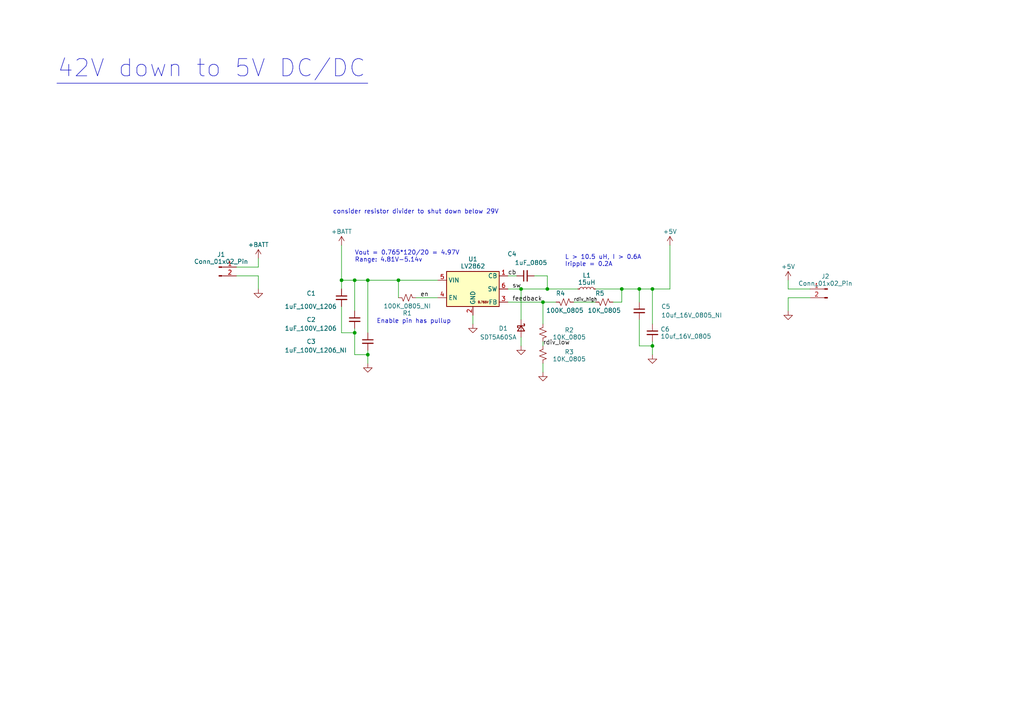
<source format=kicad_sch>
(kicad_sch (version 20230121) (generator eeschema)
  (paper "A4")
  (title_block (title "bike 42V dcdc") (date "2023-06-25") (rev "A") (company "MAB"))
  (lib_symbols
    (symbol "Connector:Conn_01x02_Pin" (pin_names (offset 1.016) hide)
      (property "Reference" "J" (at 0 2.54 0))
      (property "Value" "Conn_01x02_Pin" (at 0 -5.08 0))
      (symbol "Conn_01x02_Pin_1_1"
        (polyline (pts (xy 1.27 -2.54) (xy 0.8636 -2.54)) (stroke (width 0.1524)))
        (polyline (pts (xy 1.27 0) (xy 0.8636 0)) (stroke (width 0.1524)))
        (rectangle (start 0.8636 -2.413) (end 0 -2.667) (stroke (width 0.1524)) (fill (type outline)))
        (rectangle (start 0.8636 0.127) (end 0 -0.127) (stroke (width 0.1524)) (fill (type outline)))
        (pin passive line (at 5.08 0 180) (length 3.81) (name "Pin_1") (number "1"))
        (pin passive line (at 5.08 -2.54 180) (length 3.81) (name "Pin_2") (number "2"))
      )
    )
    (symbol "Device:C_Small" (pin_numbers hide) (pin_names (offset 0.254) hide)
      (property "Reference" "C" (at 0.254 1.778 0))
      (property "Value" "C_Small" (at 0.254 -2.032 0))
      (symbol "C_Small_0_1"
        (polyline (pts (xy -1.524 -0.508) (xy 1.524 -0.508)) (stroke (width 0.3302)))
        (polyline (pts (xy -1.524 0.508) (xy 1.524 0.508)) (stroke (width 0.3048)))
      )
      (symbol "C_Small_1_1"
        (pin passive line (at 0 2.54 270) (length 2.032) (name "~") (number "1"))
        (pin passive line (at 0 -2.54 90) (length 2.032) (name "~") (number "2"))
      )
    )
    (symbol "Device:D_Schottky_Small" (pin_numbers hide) (pin_names (offset 0.254) hide)
      (property "Reference" "D" (at -1.27 2.032 0))
      (property "Value" "D_Schottky_Small" (at -7.112 -2.032 0))
      (symbol "D_Schottky_Small_0_1"
        (polyline (pts (xy -0.762 0) (xy 0.762 0)))
        (polyline (pts (xy 0.762 -1.016) (xy -0.762 0) (xy 0.762 1.016) (xy 0.762 -1.016)) (stroke (width 0.254)))
        (polyline (pts (xy -1.27 0.762) (xy -1.27 1.016) (xy -0.762 1.016) (xy -0.762 -1.016) (xy -0.254 -1.016) (xy -0.254 -0.762)) (stroke (width 0.254)))
      )
      (symbol "D_Schottky_Small_1_1"
        (pin passive line (at -2.54 0 0) (length 1.778) (name "K") (number "1"))
        (pin passive line (at 2.54 0 180) (length 1.778) (name "A") (number "2"))
      )
    )
    (symbol "Device:L_Small" (pin_numbers hide) (pin_names (offset 0.254) hide)
      (property "Reference" "L" (at 0.762 1.016 0))
      (property "Value" "L_Small" (at 0.762 -1.016 0))
      (symbol "L_Small_0_1"
        (arc (start 0 -2.032) (mid 0.5058 -1.524) (end 0 -1.016))
        (arc (start 0 -1.016) (mid 0.5058 -0.508) (end 0 0))
        (arc (start 0 0) (mid 0.5058 0.508) (end 0 1.016))
        (arc (start 0 1.016) (mid 0.5058 1.524) (end 0 2.032))
      )
      (symbol "L_Small_1_1"
        (pin passive line (at 0 2.54 270) (length 0.508) (name "~") (number "1"))
        (pin passive line (at 0 -2.54 90) (length 0.508) (name "~") (number "2"))
      )
    )
    (symbol "Device:R_Small_US" (pin_numbers hide) (pin_names (offset 0.254) hide)
      (property "Reference" "R" (at 0.762 0.508 0))
      (property "Value" "R_Small_US" (at 0.762 -1.016 0))
      (symbol "R_Small_US_1_1"
        (polyline (pts (xy 0 0) (xy 1.016 -0.381) (xy 0 -0.762) (xy -1.016 -1.143) (xy 0 -1.524)))
        (polyline (pts (xy 0 1.524) (xy 1.016 1.143) (xy 0 0.762) (xy -1.016 0.381) (xy 0 0)))
        (pin passive line (at 0 2.54 270) (length 1.016) (name "~") (number "1"))
        (pin passive line (at 0 -2.54 90) (length 1.016) (name "~") (number "2"))
      )
    )
    (symbol "mab:LV2862"
      (property "Reference" "U" (at -7.62 6.35 0))
      (property "Value" "LV2862" (at 6.35 -6.35 0))
      (symbol "LV2862_0_1"
        (rectangle (start -7.62 5.08) (end 7.62 -5.08) (stroke (width 0.254)) (fill (type background)))
      )
      (symbol "LV2862_1_1"
        (text "  0.765V" (at 2.54 -3.81 0) (effects (font (size 0.6 0.6))))
        (pin passive line (at 10.16 3.81 180) (length 2.54) (name "CB") (number "1"))
        (pin power_in line (at 0 -7.62 90) (length 2.54) (name "GND") (number "2"))
        (pin input line (at 10.16 -3.81 180) (length 2.54) (name "FB") (number "3"))
        (pin input line (at -10.16 -2.54 0) (length 2.54) (name "EN") (number "4"))
        (pin power_in line (at -10.16 2.54 0) (length 2.54) (name "VIN") (number "5"))
        (pin output line (at 10.16 0 180) (length 2.54) (name "SW") (number "6"))
      )
    )
    (symbol "power:+5V" (power) (pin_names (offset 0))
      (property "Value" "+5V" (at 0 3.556 0))
      (symbol "+5V_0_1"
        (polyline (pts (xy -0.762 1.27) (xy 0 2.54)))
        (polyline (pts (xy 0 0) (xy 0 2.54)))
        (polyline (pts (xy 0 2.54) (xy 0.762 1.27)))
      )
      (symbol "+5V_1_1"
        (pin power_in line (at 0 0 90) (length 0) hide (name "+5V") (number "1"))
      )
    )
    (symbol "power:+BATT" (power) (pin_names (offset 0))
      (property "Value" "+BATT" (at 0 3.556 0))
      (symbol "+BATT_0_1"
        (polyline (pts (xy -0.762 1.27) (xy 0 2.54)))
        (polyline (pts (xy 0 0) (xy 0 2.54)))
        (polyline (pts (xy 0 2.54) (xy 0.762 1.27)))
      )
      (symbol "+BATT_1_1"
        (pin power_in line (at 0 0 90) (length 0) hide (name "+BATT") (number "1"))
      )
    )
    (symbol "power:GND" (power) (pin_names (offset 0))
      (property "Value" "GND" (at 0 -3.81 0))
      (symbol "GND_0_1"
        (polyline (pts (xy 0 0) (xy 0 -1.27) (xy 1.27 -1.27) (xy 0 -2.54) (xy -1.27 -1.27) (xy 0 -1.27)))
      )
      (symbol "GND_1_1"
        (pin power_in line (at 0 0 270) (length 0) hide (name "GND") (number "1"))
      )
    )
  )
  (junction (at 158.75 83.82))
  (junction (at 102.87 81.28))
  (junction (at 157.48 87.63))
  (junction (at 185.42 83.82))
  (junction (at 189.23 100.33))
  (junction (at 102.87 96.52))
  (junction (at 180.34 83.82))
  (junction (at 99.06 81.28))
  (junction (at 189.23 83.82))
  (junction (at 115.57 81.28))
  (junction (at 151.13 83.82))
  (junction (at 106.68 81.28))
  (junction (at 106.68 102.87))
  (wire (pts (xy 180.34 87.63) (xy 180.34 83.82)))
  (wire (pts (xy 106.68 102.87) (xy 106.68 105.41)))
  (wire (pts (xy 234.95 86.36) (xy 228.6 86.36)))
  (wire (pts (xy 228.6 83.82) (xy 234.95 83.82)))
  (wire (pts (xy 194.31 71.12) (xy 194.31 83.82)))
  (polyline (pts (xy 16.51 24.13) (xy 106.68 24.13)))
  (wire (pts (xy 147.32 80.01) (xy 149.86 80.01)))
  (wire (pts (xy 185.42 87.63) (xy 185.42 83.82)))
  (wire (pts (xy 172.72 83.82) (xy 180.34 83.82)))
  (wire (pts (xy 228.6 86.36) (xy 228.6 90.17)))
  (wire (pts (xy 99.06 81.28) (xy 99.06 83.82)))
  (wire (pts (xy 99.06 81.28) (xy 102.87 81.28)))
  (wire (pts (xy 154.94 80.01) (xy 158.75 80.01)))
  (wire (pts (xy 185.42 100.33) (xy 189.23 100.33)))
  (wire (pts (xy 102.87 96.52) (xy 102.87 102.87)))
  (wire (pts (xy 157.48 99.06) (xy 157.48 100.33)))
  (wire (pts (xy 120.65 86.36) (xy 127 86.36)))
  (wire (pts (xy 151.13 97.79) (xy 151.13 100.33)))
  (wire (pts (xy 74.93 80.01) (xy 74.93 83.82)))
  (wire (pts (xy 74.93 77.47) (xy 68.58 77.47)))
  (wire (pts (xy 194.31 83.82) (xy 189.23 83.82)))
  (wire (pts (xy 102.87 81.28) (xy 102.87 90.17)))
  (wire (pts (xy 147.32 83.82) (xy 151.13 83.82)))
  (wire (pts (xy 99.06 81.28) (xy 99.06 71.12)))
  (wire (pts (xy 157.48 105.41) (xy 157.48 107.95)))
  (wire (pts (xy 115.57 81.28) (xy 115.57 86.36)))
  (wire (pts (xy 189.23 100.33) (xy 189.23 102.87)))
  (wire (pts (xy 106.68 81.28) (xy 106.68 96.52)))
  (wire (pts (xy 137.16 91.44) (xy 137.16 93.98)))
  (wire (pts (xy 157.48 87.63) (xy 161.29 87.63)))
  (wire (pts (xy 166.37 87.63) (xy 172.72 87.63)))
  (wire (pts (xy 102.87 95.25) (xy 102.87 96.52)))
  (wire (pts (xy 158.75 83.82) (xy 167.64 83.82)))
  (wire (pts (xy 106.68 102.87) (xy 102.87 102.87)))
  (wire (pts (xy 99.06 88.9) (xy 99.06 96.52)))
  (wire (pts (xy 185.42 83.82) (xy 180.34 83.82)))
  (wire (pts (xy 180.34 87.63) (xy 177.8 87.63)))
  (wire (pts (xy 189.23 99.06) (xy 189.23 100.33)))
  (wire (pts (xy 147.32 87.63) (xy 157.48 87.63)))
  (wire (pts (xy 68.58 80.01) (xy 74.93 80.01)))
  (wire (pts (xy 157.48 87.63) (xy 157.48 93.98)))
  (wire (pts (xy 189.23 83.82) (xy 185.42 83.82)))
  (wire (pts (xy 115.57 81.28) (xy 127 81.28)))
  (wire (pts (xy 102.87 81.28) (xy 106.68 81.28)))
  (wire (pts (xy 158.75 80.01) (xy 158.75 83.82)))
  (wire (pts (xy 189.23 83.82) (xy 189.23 93.98)))
  (wire (pts (xy 106.68 81.28) (xy 115.57 81.28)))
  (wire (pts (xy 102.87 96.52) (xy 99.06 96.52)))
  (wire (pts (xy 185.42 92.71) (xy 185.42 100.33)))
  (wire (pts (xy 106.68 101.6) (xy 106.68 102.87)))
  (wire (pts (xy 151.13 83.82) (xy 151.13 92.71)))
  (wire (pts (xy 74.93 74.93) (xy 74.93 77.47)))
  (wire (pts (xy 228.6 81.28) (xy 228.6 83.82)))
  (wire (pts (xy 151.13 83.82) (xy 158.75 83.82)))
  (text "Enable pin has pullup" (at 109.22 93.98 0) (effects (font (size 1.27 1.27)) (justify left bottom)))
  (text "consider resistor divider to shut down below 29V" (at 96.52 62.23 0) (effects (font (size 1.27 1.27)) (justify left bottom)))
  (text "42V down to 5V DC/DC" (at 16.51 22.86 0) (effects (font (size 5 5)) (justify left bottom)))
  (text "Vout = 0.765*120/20 = 4.97V\nRange: 4.81V-5.14v" (at 102.87 76.2 0) (effects (font (size 1.27 1.27)) (justify left bottom)))
  (text "L > 10.5 uH, I > 0.6A\nIripple = 0.2A" (at 163.83 77.47 0) (effects (font (size 1.27 1.27)) (justify left bottom)))
  (label "sw" (at 148.59 83.82 0))
  (label "rdiv_low" (at 157.48 100.33 0))
  (label "cb" (at 147.32 80.01 0))
  (label "rdiv_high" (at 166.37 87.63 0) (effects (font (size 1 1))))
  (label "en" (at 121.92 86.36 0))
  (label "feedback" (at 148.59 87.63 0))
  (symbol (lib_id "power:+BATT") (at 99.06 71.12 0) (unit 1)
    (property "Reference" "#PWR03" (effects hide))
    (property "Value" "+BATT" (at 99.06 67.175 0))
  )
  (symbol (lib_id "Device:D_Schottky_Small") (at 151.13 95.25 270) (unit 1)
    (property "Reference" "D1" (at 147.32 95.25 90) (effects (justify right)))
    (property "Value" "SDT5A60SA" (at 149.86 97.79 90) (effects (justify right)))
    (property "Footprint" "Diode_SMD:D_SMA_Handsoldering" (effects hide))
  )
  (symbol (lib_id "power:GND") (at 228.6 90.17 0) (mirror y) (unit 1)
    (property "Reference" "#PWR011" (effects hide))
    (property "Value" "GND" (effects hide))
  )
  (symbol (lib_id "power:GND") (at 74.93 83.82 0) (unit 1)
    (property "Reference" "#PWR02" (effects hide))
    (property "Value" "GND" (effects hide))
  )
  (symbol (lib_id "power:GND") (at 189.23 102.87 0) (unit 1)
    (property "Reference" "#PWR08" (effects hide))
    (property "Value" "GND" (effects hide))
  )
  (symbol (lib_id "Connector:Conn_01x02_Pin") (at 63.5 77.47 0) (unit 1)
    (property "Reference" "J1" (at 64.135 73.8138 0))
    (property "Value" "Conn_01x02_Pin" (at 64.135 75.8618 0))
    (property "Footprint" "Connector_PinHeader_2.54mm:PinHeader_1x02_P2.54mm_Vertical" (effects hide))
  )
  (symbol (lib_id "power:+BATT") (at 74.93 74.93 0) (unit 1)
    (property "Reference" "#PWR01" (effects hide))
    (property "Value" "+BATT" (at 74.93 70.985 0))
  )
  (symbol (lib_id "power:+5V") (at 194.31 71.12 0) (unit 1)
    (property "Reference" "#PWR09" (effects hide))
    (property "Value" "+5V" (at 194.31 67.175 0))
  )
  (symbol (lib_id "Device:R_Small_US") (at 163.83 87.63 270) (mirror x) (unit 1)
    (property "Reference" "R4" (at 162.56 85.09 90))
    (property "Value" "100K_0805" (at 163.83 90.051 90))
    (property "Footprint" "Resistor_SMD:R_0805_2012Metric_Pad1.20x1.40mm_HandSolder" (effects hide))
  )
  (symbol (lib_id "Device:R_Small_US") (at 157.48 102.87 0) (mirror y) (unit 1)
    (property "Reference" "R3" (at 165.1 102.092 0))
    (property "Value" "10K_0805" (at 165.1 104.14 0))
    (property "Footprint" "Resistor_SMD:R_0805_2012Metric_Pad1.20x1.40mm_HandSolder" (effects hide))
  )
  (symbol (lib_id "Device:R_Small_US") (at 175.26 87.63 270) (mirror x) (unit 1)
    (property "Reference" "R5" (at 173.99 85.09 90))
    (property "Value" "10K_0805" (at 175.26 90.051 90))
    (property "Footprint" "Resistor_SMD:R_0805_2012Metric_Pad1.20x1.40mm_HandSolder" (effects hide))
  )
  (symbol (lib_id "mab:LV2862") (at 137.16 83.82 0) (unit 1)
    (property "Reference" "U1" (at 137.16 75.16 0))
    (property "Value" "LV2862" (at 137.16 77.208 0))
    (property "Footprint" "Package_TO_SOT_SMD:SOT-23-6" (effects hide))
    (property "Datasheet" "https://www.ti.com/lit/ds/symlink/lv2862.pdf" (effects hide))
  )
  (symbol (lib_id "Device:R_Small_US") (at 157.48 96.52 0) (mirror y) (unit 1)
    (property "Reference" "R2" (at 165.1 95.742 0))
    (property "Value" "10K_0805" (at 165.1 97.79 0))
    (property "Footprint" "Resistor_SMD:R_0805_2012Metric_Pad1.20x1.40mm_HandSolder" (effects hide))
  )
  (symbol (lib_id "Device:C_Small") (at 102.87 92.71 0) (unit 1)
    (property "Reference" "C2" (at 88.9 92.71 0) (effects (justify left)))
    (property "Value" "1uF_100V_1206" (at 82.55 95.25 0) (effects (justify left)))
    (property "Footprint" "Capacitor_SMD:C_0805_2012Metric_Pad1.18x1.45mm_HandSolder" (effects hide))
  )
  (symbol (lib_id "Device:C_Small") (at 185.42 90.17 0) (unit 1)
    (property "Reference" "C5" (at 191.77 88.9 0) (effects (justify left)))
    (property "Value" "10uf_16V_0805_NI" (at 191.77 91.44 0) (effects (justify left)))
    (property "Footprint" "Capacitor_SMD:C_0805_2012Metric_Pad1.18x1.45mm_HandSolder" (effects hide))
  )
  (symbol (lib_id "Connector:Conn_01x02_Pin") (at 240.03 83.82 0) (mirror y) (unit 1)
    (property "Reference" "J2" (at 239.395 80.1638 0))
    (property "Value" "Conn_01x02_Pin" (at 239.395 82.2118 0))
    (property "Footprint" "Connector_PinHeader_2.54mm:PinHeader_1x02_P2.54mm_Vertical" (effects hide))
  )
  (symbol (lib_id "power:GND") (at 151.13 100.33 0) (unit 1)
    (property "Reference" "#PWR06" (effects hide))
    (property "Value" "GND" (effects hide))
  )
  (symbol (lib_id "Device:L_Small") (at 170.18 83.82 90) (unit 1)
    (property "Reference" "L1" (at 170.18 79.8612 90))
    (property "Value" "15uH" (at 170.18 81.9092 90))
    (property "Footprint" "Inductor_SMD:L_Taiyo-Yuden_MD-5050" (effects hide))
  )
  (symbol (lib_id "power:+5V") (at 228.6 81.28 0) (unit 1)
    (property "Reference" "#PWR010" (effects hide))
    (property "Value" "+5V" (at 228.6 77.335 0))
  )
  (symbol (lib_id "power:GND") (at 157.48 107.95 0) (unit 1)
    (property "Reference" "#PWR07" (effects hide))
    (property "Value" "GND" (effects hide))
  )
  (symbol (lib_id "power:GND") (at 106.68 105.41 0) (unit 1)
    (property "Reference" "#PWR04" (effects hide))
    (property "Value" "GND" (effects hide))
  )
  (symbol (lib_id "Device:C_Small") (at 152.4 80.01 90) (unit 1)
    (property "Reference" "C4" (at 149.86 73.66 90) (effects (justify left)))
    (property "Value" "1uF_0805" (at 158.75 76.2 90) (effects (justify left)))
    (property "Footprint" "Capacitor_SMD:C_0805_2012Metric_Pad1.18x1.45mm_HandSolder" (effects hide))
  )
  (symbol (lib_id "Device:C_Small") (at 106.68 99.06 0) (unit 1)
    (property "Reference" "C3" (at 88.9 99.06 0) (effects (justify left)))
    (property "Value" "1uF_100V_1206_NI" (at 82.55 101.6 0) (effects (justify left)))
    (property "Footprint" "Capacitor_SMD:C_0805_2012Metric_Pad1.18x1.45mm_HandSolder" (effects hide))
  )
  (symbol (lib_id "Device:C_Small") (at 99.06 86.36 0) (unit 1)
    (property "Reference" "C1" (at 88.9 85.09 0) (effects (justify left)))
    (property "Value" "1uF_100V_1206" (at 82.55 88.9 0) (effects (justify left)))
    (property "Footprint" "Capacitor_SMD:C_0805_2012Metric_Pad1.18x1.45mm_HandSolder" (effects hide))
  )
  (symbol (lib_id "Device:C_Small") (at 189.23 96.52 0) (unit 1)
    (property "Reference" "C6" (at 191.5541 95.5023 0) (effects (justify left)))
    (property "Value" "10uf_16V_0805" (at 191.5541 97.5503 0) (effects (justify left)))
    (property "Footprint" "Capacitor_SMD:C_0805_2012Metric_Pad1.18x1.45mm_HandSolder" (effects hide))
  )
  (symbol (lib_id "Device:R_Small_US") (at 118.11 86.36 270) (mirror x) (unit 1)
    (property "Reference" "R1" (at 118.11 90.829 90))
    (property "Value" "100K_0805_NI" (at 118.11 88.781 90))
    (property "Footprint" "Resistor_SMD:R_0805_2012Metric_Pad1.20x1.40mm_HandSolder" (effects hide))
  )
  (symbol (lib_id "power:GND") (at 137.16 93.98 0) (unit 1)
    (property "Reference" "#PWR05" (effects hide))
    (property "Value" "GND" (effects hide))
  )
)
</source>
